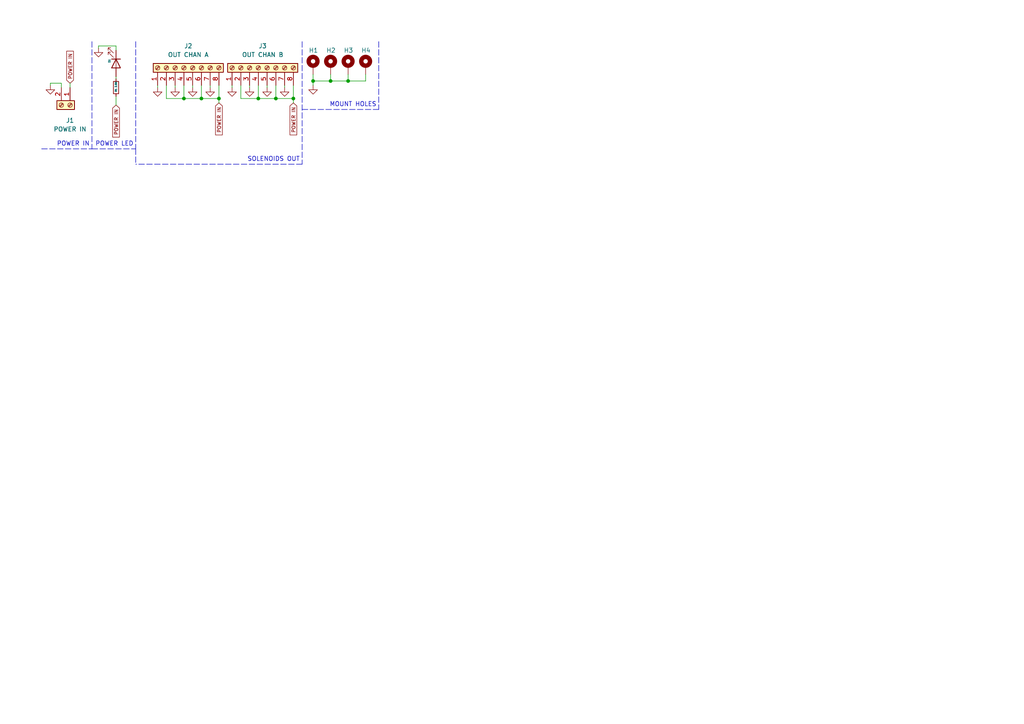
<source format=kicad_sch>
(kicad_sch (version 20211123) (generator eeschema)
  (paper "A4")
  (lib_symbols
    (symbol "Connector:Screw_Terminal_01x02" (pin_names (offset 1.016) hide)
      (property "Reference" "J" (at 0 2.54 0))
      (property "Value" "Screw_Terminal_01x02" (at 0 -5.08 0))
      (symbol "Screw_Terminal_01x02_1_1"
        (rectangle (start -1.27 1.27) (end 1.27 -3.81) (stroke (width 0.254)) (fill (type background)))
        (circle (center 0 -2.54) (radius 0.635) (stroke (width 0.1524)))
        (polyline (pts (xy -0.5334 -2.2098) (xy 0.3302 -3.048)) (stroke (width 0.1524)))
        (polyline (pts (xy -0.5334 0.3302) (xy 0.3302 -0.508)) (stroke (width 0.1524)))
        (polyline (pts (xy -0.3556 -2.032) (xy 0.508 -2.8702)) (stroke (width 0.1524)))
        (polyline (pts (xy -0.3556 0.508) (xy 0.508 -0.3302)) (stroke (width 0.1524)))
        (circle (center 0 0) (radius 0.635) (stroke (width 0.1524)))
        (pin passive line (at -5.08 0 0) (length 3.81) (name "Pin_1") (number "1"))
        (pin passive line (at -5.08 -2.54 0) (length 3.81) (name "Pin_2") (number "2"))
      )
    )
    (symbol "Connector:Screw_Terminal_01x08" (pin_names (offset 1.016) hide)
      (property "Reference" "J" (at 0 10.16 0))
      (property "Value" "Screw_Terminal_01x08" (at 0 -12.7 0))
      (symbol "Screw_Terminal_01x08_1_1"
        (rectangle (start -1.27 8.89) (end 1.27 -11.43) (stroke (width 0.254)) (fill (type background)))
        (circle (center 0 -10.16) (radius 0.635) (stroke (width 0.1524)))
        (circle (center 0 -7.62) (radius 0.635) (stroke (width 0.1524)))
        (circle (center 0 -5.08) (radius 0.635) (stroke (width 0.1524)))
        (circle (center 0 -2.54) (radius 0.635) (stroke (width 0.1524)))
        (polyline (pts (xy -0.5334 -9.8298) (xy 0.3302 -10.668)) (stroke (width 0.1524)))
        (polyline (pts (xy -0.5334 -7.2898) (xy 0.3302 -8.128)) (stroke (width 0.1524)))
        (polyline (pts (xy -0.5334 -4.7498) (xy 0.3302 -5.588)) (stroke (width 0.1524)))
        (polyline (pts (xy -0.5334 -2.2098) (xy 0.3302 -3.048)) (stroke (width 0.1524)))
        (polyline (pts (xy -0.5334 0.3302) (xy 0.3302 -0.508)) (stroke (width 0.1524)))
        (polyline (pts (xy -0.5334 2.8702) (xy 0.3302 2.032)) (stroke (width 0.1524)))
        (polyline (pts (xy -0.5334 5.4102) (xy 0.3302 4.572)) (stroke (width 0.1524)))
        (polyline (pts (xy -0.5334 7.9502) (xy 0.3302 7.112)) (stroke (width 0.1524)))
        (polyline (pts (xy -0.3556 -9.652) (xy 0.508 -10.4902)) (stroke (width 0.1524)))
        (polyline (pts (xy -0.3556 -7.112) (xy 0.508 -7.9502)) (stroke (width 0.1524)))
        (polyline (pts (xy -0.3556 -4.572) (xy 0.508 -5.4102)) (stroke (width 0.1524)))
        (polyline (pts (xy -0.3556 -2.032) (xy 0.508 -2.8702)) (stroke (width 0.1524)))
        (polyline (pts (xy -0.3556 0.508) (xy 0.508 -0.3302)) (stroke (width 0.1524)))
        (polyline (pts (xy -0.3556 3.048) (xy 0.508 2.2098)) (stroke (width 0.1524)))
        (polyline (pts (xy -0.3556 5.588) (xy 0.508 4.7498)) (stroke (width 0.1524)))
        (polyline (pts (xy -0.3556 8.128) (xy 0.508 7.2898)) (stroke (width 0.1524)))
        (circle (center 0 0) (radius 0.635) (stroke (width 0.1524)))
        (circle (center 0 2.54) (radius 0.635) (stroke (width 0.1524)))
        (circle (center 0 5.08) (radius 0.635) (stroke (width 0.1524)))
        (circle (center 0 7.62) (radius 0.635) (stroke (width 0.1524)))
        (pin passive line (at -5.08 7.62 0) (length 3.81) (name "Pin_1") (number "1"))
        (pin passive line (at -5.08 5.08 0) (length 3.81) (name "Pin_2") (number "2"))
        (pin passive line (at -5.08 2.54 0) (length 3.81) (name "Pin_3") (number "3"))
        (pin passive line (at -5.08 0 0) (length 3.81) (name "Pin_4") (number "4"))
        (pin passive line (at -5.08 -2.54 0) (length 3.81) (name "Pin_5") (number "5"))
        (pin passive line (at -5.08 -5.08 0) (length 3.81) (name "Pin_6") (number "6"))
        (pin passive line (at -5.08 -7.62 0) (length 3.81) (name "Pin_7") (number "7"))
        (pin passive line (at -5.08 -10.16 0) (length 3.81) (name "Pin_8") (number "8"))
      )
    )
    (symbol "Device:LED" (pin_numbers hide) (pin_names (offset 1.016) hide)
      (property "Reference" "D" (at 0 2.54 0))
      (property "Value" "LED" (at 0 -2.54 0))
      (symbol "LED_0_1"
        (polyline (pts (xy -1.27 -1.27) (xy -1.27 1.27)) (stroke (width 0.254)))
        (polyline (pts (xy -1.27 0) (xy 1.27 0)))
        (polyline (pts (xy 1.27 -1.27) (xy 1.27 1.27) (xy -1.27 0) (xy 1.27 -1.27)) (stroke (width 0.254)))
        (polyline (pts (xy -3.048 -0.762) (xy -4.572 -2.286) (xy -3.81 -2.286) (xy -4.572 -2.286) (xy -4.572 -1.524)))
        (polyline (pts (xy -1.778 -0.762) (xy -3.302 -2.286) (xy -2.54 -2.286) (xy -3.302 -2.286) (xy -3.302 -1.524)))
      )
      (symbol "LED_1_1"
        (pin passive line (at -3.81 0 0) (length 2.54) (name "K") (number "1"))
        (pin passive line (at 3.81 0 180) (length 2.54) (name "A") (number "2"))
      )
    )
    (symbol "Device:R_Small" (pin_numbers hide) (pin_names (offset 0.254) hide)
      (property "Reference" "R" (at 0.762 0.508 0))
      (property "Value" "R_Small" (at 0.762 -1.016 0))
      (symbol "R_Small_0_1"
        (rectangle (start -0.762 1.778) (end 0.762 -1.778) (stroke (width 0.2032)))
      )
      (symbol "R_Small_1_1"
        (pin passive line (at 0 2.54 270) (length 0.762) (name "~") (number "1"))
        (pin passive line (at 0 -2.54 90) (length 0.762) (name "~") (number "2"))
      )
    )
    (symbol "Mechanical:MountingHole_Pad" (pin_numbers hide) (pin_names (offset 1.016) hide)
      (property "Reference" "H" (at 0 6.35 0))
      (property "Value" "MountingHole_Pad" (at 0 4.445 0))
      (symbol "MountingHole_Pad_0_1"
        (circle (center 0 1.27) (radius 1.27) (stroke (width 1.27)))
      )
      (symbol "MountingHole_Pad_1_1"
        (pin input line (at 0 -2.54 90) (length 2.54) (name "1") (number "1"))
      )
    )
    (symbol "power:GND" (power) (pin_names (offset 0))
      (property "Value" "GND" (at 0 -3.81 0))
      (symbol "GND_0_1"
        (polyline (pts (xy 0 0) (xy 0 -1.27) (xy 1.27 -1.27) (xy 0 -2.54) (xy -1.27 -1.27) (xy 0 -1.27)))
      )
      (symbol "GND_1_1"
        (pin power_in line (at 0 0 270) (length 0) hide (name "GND") (number "1"))
      )
    )
  )
  (junction (at 53.34 28.575))
  (junction (at 100.965 23.495))
  (junction (at 95.885 23.495))
  (junction (at 85.09 28.575))
  (junction (at 90.805 23.495))
  (junction (at 63.5 28.575))
  (junction (at 58.42 28.575))
  (junction (at 80.01 28.575))
  (junction (at 74.93 28.575))
  (wire (pts (xy 80.01 28.575) (xy 85.09 28.575)))
  (wire (pts (xy 67.31 24.765) (xy 67.31 25.4)))
  (wire (pts (xy 48.26 24.765) (xy 48.26 28.575)))
  (wire (pts (xy 100.965 21.59) (xy 100.965 23.495)))
  (wire (pts (xy 63.5 28.575) (xy 63.5 29.845)))
  (wire (pts (xy 17.78 24.13) (xy 17.78 25.4)))
  (wire (pts (xy 33.655 13.335) (xy 33.655 14.605)))
  (wire (pts (xy 20.32 24.13) (xy 20.32 25.4)))
  (polyline (pts (xy 87.63 31.75) (xy 109.855 31.75)))
  (wire (pts (xy 82.55 24.765) (xy 82.55 25.4)))
  (wire (pts (xy 48.26 28.575) (xy 53.34 28.575)))
  (wire (pts (xy 69.85 24.765) (xy 69.85 28.575)))
  (polyline (pts (xy 12.065 43.18) (xy 26.67 43.18)))
  (polyline (pts (xy 26.67 12.065) (xy 26.67 43.18)))
  (wire (pts (xy 28.575 13.335) (xy 28.575 13.97)))
  (wire (pts (xy 63.5 24.765) (xy 63.5 28.575)))
  (wire (pts (xy 58.42 24.765) (xy 58.42 28.575)))
  (wire (pts (xy 14.605 24.13) (xy 14.605 24.765)))
  (wire (pts (xy 60.96 25.4) (xy 60.96 24.765)))
  (wire (pts (xy 95.885 21.59) (xy 95.885 23.495)))
  (wire (pts (xy 53.34 28.575) (xy 58.42 28.575)))
  (wire (pts (xy 33.655 13.335) (xy 28.575 13.335)))
  (wire (pts (xy 53.34 24.765) (xy 53.34 28.575)))
  (wire (pts (xy 74.93 24.765) (xy 74.93 28.575)))
  (wire (pts (xy 50.8 25.4) (xy 50.8 24.765)))
  (polyline (pts (xy 87.63 47.625) (xy 39.37 47.625)))
  (polyline (pts (xy 26.67 43.18) (xy 39.37 43.18)))
  (polyline (pts (xy 87.63 12.065) (xy 87.63 47.625)))
  (polyline (pts (xy 39.37 12.065) (xy 39.37 43.18)))
  (wire (pts (xy 95.885 23.495) (xy 90.805 23.495)))
  (wire (pts (xy 45.72 24.765) (xy 45.72 25.4)))
  (wire (pts (xy 77.47 24.765) (xy 77.47 25.4)))
  (wire (pts (xy 106.045 21.59) (xy 106.045 23.495)))
  (wire (pts (xy 100.965 23.495) (xy 106.045 23.495)))
  (wire (pts (xy 80.01 24.765) (xy 80.01 28.575)))
  (wire (pts (xy 55.88 25.4) (xy 55.88 24.765)))
  (wire (pts (xy 58.42 28.575) (xy 63.5 28.575)))
  (wire (pts (xy 85.09 24.765) (xy 85.09 28.575)))
  (wire (pts (xy 74.93 28.575) (xy 80.01 28.575)))
  (wire (pts (xy 90.805 23.495) (xy 90.805 24.765)))
  (wire (pts (xy 95.885 23.495) (xy 100.965 23.495)))
  (polyline (pts (xy 109.855 12.065) (xy 109.855 31.75)))
  (wire (pts (xy 33.655 22.225) (xy 33.655 22.86)))
  (wire (pts (xy 69.85 28.575) (xy 74.93 28.575)))
  (polyline (pts (xy 39.37 43.18) (xy 39.37 47.625)))
  (wire (pts (xy 90.805 21.59) (xy 90.805 23.495)))
  (wire (pts (xy 33.655 27.94) (xy 33.655 30.48)))
  (wire (pts (xy 85.09 28.575) (xy 85.09 29.845)))
  (wire (pts (xy 17.78 24.13) (xy 14.605 24.13)))
  (wire (pts (xy 72.39 24.765) (xy 72.39 25.4)))
  (text "MOUNT HOLES" (at 109.22 31.115 180) (effects (font (size 1.27 1.27)) (justify right bottom)))
  (text "POWER IN" (at 26.035 42.545 180) (effects (font (size 1.27 1.27)) (justify right bottom)))
  (text "POWER LED" (at 38.735 42.545 180) (effects (font (size 1.27 1.27)) (justify right bottom)))
  (text "SOLENOIDS OUT" (at 86.995 46.99 180) (effects (font (size 1.27 1.27)) (justify right bottom)))
  (global_label "POWER IN" (shape input) (at 85.09 29.845 270) (effects (font (size 1 1))) (property "Intersheet References" "${INTERSHEET_REFS}" (effects hide)))
  (global_label "POWER IN" (shape input) (at 20.32 24.13 90) (effects (font (size 1 1))) (property "Intersheet References" "${INTERSHEET_REFS}" (effects hide)))
  (global_label "POWER IN" (shape input) (at 33.655 30.48 270) (effects (font (size 1 1))) (property "Intersheet References" "${INTERSHEET_REFS}" (effects hide)))
  (global_label "POWER IN" (shape input) (at 63.5 29.845 270) (effects (font (size 1 1))) (property "Intersheet References" "${INTERSHEET_REFS}" (effects hide)))
  (symbol (lib_id "Mechanical:MountingHole_Pad") (at 106.045 19.05 0) (unit 1)
    (property "Reference" "H4" (at 104.775 14.605 0) (effects (justify left)))
    (property "Value" "MountingHole_Pad" (effects hide))
    (property "Footprint" "MountingHole:MountingHole_3.2mm_M3_DIN965_Pad_TopBottom" (effects hide))
  )
  (symbol (lib_id "Connector:Screw_Terminal_01x02") (at 20.32 30.48 270) (unit 1)
    (property "Reference" "J1" (at 20.32 34.925 90))
    (property "Value" "POWER IN " (at 20.32 37.465 90))
    (property "Footprint" "TerminalBlock_Phoenix:TerminalBlock_Phoenix_MPT-0,5-2-2.54_1x02_P2.54mm_Horizontal" (effects hide))
  )
  (symbol (lib_id "power:GND") (at 28.575 13.97 0) (unit 1)
    (property "Reference" "#PWR0102" (effects hide))
    (property "Value" "GND" (effects hide))
  )
  (symbol (lib_id "power:GND") (at 77.47 25.4 0) (unit 1)
    (property "Reference" "#PWR0107" (effects hide))
    (property "Value" "GND" (effects hide))
  )
  (symbol (lib_id "power:GND") (at 45.72 25.4 0) (unit 1)
    (property "Reference" "#PWR0104" (effects hide))
    (property "Value" "GND" (effects hide))
  )
  (symbol (lib_id "power:GND") (at 55.88 25.4 0) (unit 1)
    (property "Reference" "#PWR0109" (effects hide))
    (property "Value" "GND" (effects hide))
  )
  (symbol (lib_id "Mechanical:MountingHole_Pad") (at 100.965 19.05 0) (unit 1)
    (property "Reference" "H3" (at 99.695 14.605 0) (effects (justify left)))
    (property "Value" "MountingHole_Pad" (effects hide))
    (property "Footprint" "MountingHole:MountingHole_3.2mm_M3_DIN965_Pad_TopBottom" (effects hide))
  )
  (symbol (lib_id "power:GND") (at 14.605 24.765 0) (unit 1)
    (property "Reference" "#PWR0101" (effects hide))
    (property "Value" "GND" (effects hide))
  )
  (symbol (lib_id "Connector:Screw_Terminal_01x08") (at 53.34 19.685 90) (unit 1)
    (property "Reference" "J2" (at 54.61 13.335 90))
    (property "Value" "OUT CHAN A" (at 54.61 15.875 90))
    (property "Footprint" "TerminalBlock_Phoenix:TerminalBlock_Phoenix_MPT-0,5-8-2.54_1x08_P2.54mm_Horizontal" (effects hide))
  )
  (symbol (lib_id "Device:R_Small") (at 33.655 25.4 0) (unit 1)
    (property "Reference" "R1" (at 33.655 26.67 90) (effects (font (size 0.5 0.5)) (justify left)))
    (property "Value" "2.9K" (at 33.655 25.4 90) (effects (font (size 0.5 0.5)) (justify left)))
    (property "Footprint" "Resistor_SMD:R_0603_1608Metric" (effects hide))
  )
  (symbol (lib_id "Mechanical:MountingHole_Pad") (at 90.805 19.05 0) (unit 1)
    (property "Reference" "H1" (at 89.535 14.605 0) (effects (justify left)))
    (property "Value" "MountingHole_Pad" (effects hide))
    (property "Footprint" "MountingHole:MountingHole_3.2mm_M3_DIN965_Pad_TopBottom" (effects hide))
  )
  (symbol (lib_id "power:GND") (at 60.96 25.4 0) (unit 1)
    (property "Reference" "#PWR0110" (effects hide))
    (property "Value" "GND" (effects hide))
  )
  (symbol (lib_id "Mechanical:MountingHole_Pad") (at 95.885 19.05 0) (unit 1)
    (property "Reference" "H2" (at 94.615 14.605 0) (effects (justify left)))
    (property "Value" "MountingHole_Pad" (effects hide))
    (property "Footprint" "MountingHole:MountingHole_3.2mm_M3_DIN965_Pad_TopBottom" (effects hide))
  )
  (symbol (lib_id "power:GND") (at 90.805 24.765 0) (unit 1)
    (property "Reference" "#PWR0111" (effects hide))
    (property "Value" "GND" (effects hide))
  )
  (symbol (lib_id "Device:LED") (at 33.655 18.415 270) (unit 1)
    (property "Reference" "D1" (at 31.75 17.145 0) (effects (font (size 0.5 0.5)) (justify left)))
    (property "Value" "LED" (effects hide))
    (property "Footprint" "LED_SMD:LED_0805_2012Metric" (effects hide))
  )
  (symbol (lib_id "power:GND") (at 82.55 25.4 0) (unit 1)
    (property "Reference" "#PWR0117" (effects hide))
    (property "Value" "GND" (effects hide))
  )
  (symbol (lib_id "power:GND") (at 67.31 25.4 0) (unit 1)
    (property "Reference" "#PWR0105" (effects hide))
    (property "Value" "GND" (effects hide))
  )
  (symbol (lib_id "power:GND") (at 72.39 25.4 0) (unit 1)
    (property "Reference" "#PWR0106" (effects hide))
    (property "Value" "GND" (effects hide))
  )
  (symbol (lib_id "power:GND") (at 50.8 25.4 0) (unit 1)
    (property "Reference" "#PWR0108" (effects hide))
    (property "Value" "GND" (effects hide))
  )
  (symbol (lib_id "Connector:Screw_Terminal_01x08") (at 74.93 19.685 90) (unit 1)
    (property "Reference" "J3" (at 76.2 13.335 90))
    (property "Value" "OUT CHAN B" (at 76.2 15.875 90))
    (property "Footprint" "TerminalBlock_Phoenix:TerminalBlock_Phoenix_MPT-0,5-8-2.54_1x08_P2.54mm_Horizontal" (effects hide))
  )
)
</source>
